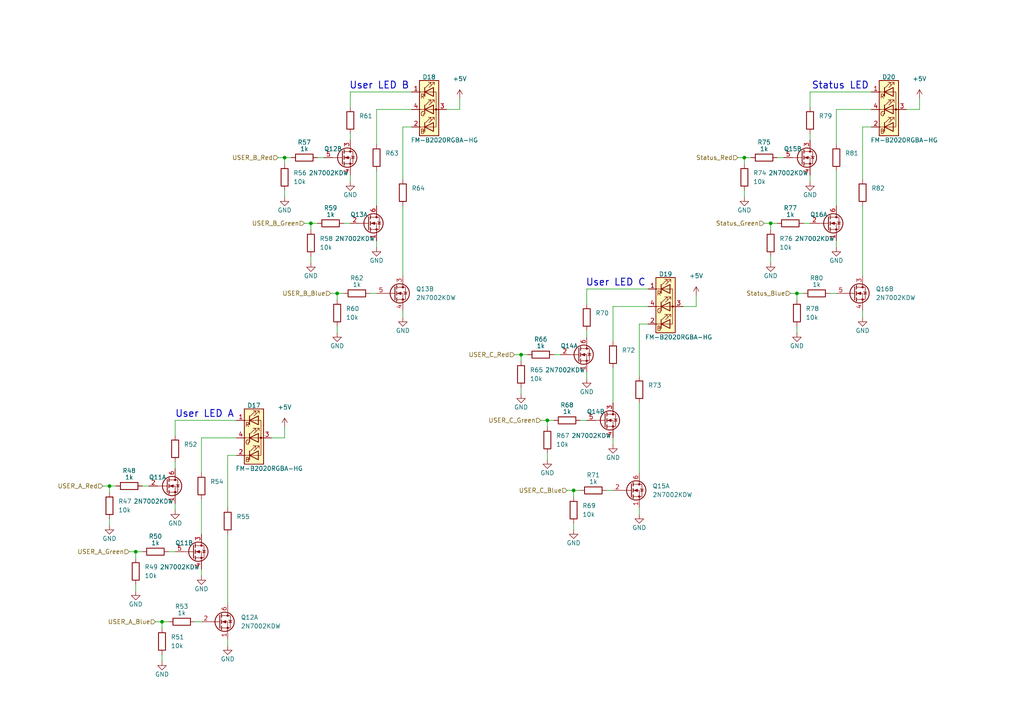
<source format=kicad_sch>
(kicad_sch (version 20211123) (generator eeschema)
  (paper "A4")
  (title_block (title "Raspberry Pi HAT") (date "2022-05-09") (rev "S1") (company "Student Robotics") (comment 1 "RGB LEDs"))
  (lib_symbols
    (symbol "Device:Q_Dual_NMOS_S1G1D2S2G2D1" (pin_names (offset 0) hide)
      (property "Reference" "Q" (at 6.35 1.27 0))
      (property "Value" "Q_Dual_NMOS_S1G1D2S2G2D1" (at 19.05 -1.27 0))
      (symbol "Q_Dual_NMOS_S1G1D2S2G2D1_0_1"
        (polyline (pts (xy 0.254 0) (xy -2.54 0)))
        (polyline (pts (xy 0.254 1.905) (xy 0.254 -1.905)) (stroke (width 0.254)))
        (polyline (pts (xy 0.762 -1.27) (xy 0.762 -2.286)) (stroke (width 0.254)))
        (polyline (pts (xy 0.762 0.508) (xy 0.762 -0.508)) (stroke (width 0.254)))
        (polyline (pts (xy 0.762 2.286) (xy 0.762 1.27)) (stroke (width 0.254)))
        (polyline (pts (xy 2.54 2.54) (xy 2.54 1.778)))
        (polyline (pts (xy 2.54 -2.54) (xy 2.54 0) (xy 0.762 0)))
        (polyline (pts (xy 0.762 -1.778) (xy 3.302 -1.778) (xy 3.302 1.778) (xy 0.762 1.778)))
        (polyline (pts (xy 1.016 0) (xy 2.032 0.381) (xy 2.032 -0.381) (xy 1.016 0)) (fill (type outline)))
        (polyline (pts (xy 2.794 0.508) (xy 2.921 0.381) (xy 3.683 0.381) (xy 3.81 0.254)))
        (polyline (pts (xy 3.302 0.381) (xy 2.921 -0.254) (xy 3.683 -0.254) (xy 3.302 0.381)))
        (circle (center 1.651 0) (radius 2.794) (stroke (width 0.254)))
        (circle (center 2.54 -1.778) (radius 0.254) (fill (type outline)))
        (circle (center 2.54 1.778) (radius 0.254) (fill (type outline)))
      )
      (symbol "Q_Dual_NMOS_S1G1D2S2G2D1_1_1"
        (pin passive line (at 2.54 -5.08 90) (length 2.54) (name "S") (number "1"))
        (pin input line (at -5.08 0 0) (length 2.54) (name "G") (number "2"))
        (pin passive line (at 2.54 5.08 270) (length 2.54) (name "D") (number "6"))
      )
      (symbol "Q_Dual_NMOS_S1G1D2S2G2D1_2_1"
        (pin passive line (at 2.54 5.08 270) (length 2.54) (name "D") (number "3"))
        (pin passive line (at 2.54 -5.08 90) (length 2.54) (name "S") (number "4"))
        (pin input line (at -5.08 0 0) (length 2.54) (name "G") (number "5"))
      )
    )
    (symbol "Device:R" (pin_numbers hide) (pin_names (offset 0))
      (property "Reference" "R" (at 2.032 0 90))
      (property "Value" "R" (at 0 0 90))
      (symbol "R_0_1"
        (rectangle (start -1.016 -2.54) (end 1.016 2.54) (stroke (width 0.254)))
      )
      (symbol "R_1_1"
        (pin passive line (at 0 3.81 270) (length 1.27) (name "~") (number "1"))
        (pin passive line (at 0 -3.81 90) (length 1.27) (name "~") (number "2"))
      )
    )
    (symbol "KCH:FM-B2020RGBA-HG" (pin_names (offset 0) hide)
      (property "Reference" "D" (at 0 9.398 0))
      (property "Value" "FM-B2020RGBA-HG" (at 0 -8.89 0))
      (symbol "FM-B2020RGBA-HG_0_0"
        (text "B" (at -1.905 -6.35 0) (effects (font (size 1.27 1.27))))
        (text "G" (at -1.905 -1.27 0) (effects (font (size 1.27 1.27))))
        (text "R" (at -1.905 3.81 0) (effects (font (size 1.27 1.27))))
      )
      (symbol "FM-B2020RGBA-HG_0_1"
        (polyline (pts (xy -1.27 -5.08) (xy -2.54 -5.08)))
        (polyline (pts (xy -1.27 -5.08) (xy 1.27 -5.08)))
        (polyline (pts (xy -1.27 -3.81) (xy -1.27 -6.35)) (stroke (width 0.254)))
        (polyline (pts (xy -1.27 0) (xy -2.54 0)))
        (polyline (pts (xy -1.27 1.27) (xy -1.27 -1.27)) (stroke (width 0.254)))
        (polyline (pts (xy -1.27 5.08) (xy -2.54 5.08)))
        (polyline (pts (xy -1.27 5.08) (xy 1.27 5.08)))
        (polyline (pts (xy -1.27 6.35) (xy -1.27 3.81)) (stroke (width 0.254)))
        (polyline (pts (xy 1.27 0) (xy -1.27 0)))
        (polyline (pts (xy 1.27 0) (xy 2.54 0)))
        (polyline (pts (xy -1.27 1.27) (xy -1.27 -1.27) (xy -1.27 -1.27)))
        (polyline (pts (xy -1.27 6.35) (xy -1.27 3.81) (xy -1.27 3.81)))
        (polyline (pts (xy 1.27 -5.08) (xy 2.032 -5.08) (xy 2.032 5.08) (xy 1.27 5.08)))
        (polyline (pts (xy 1.27 -3.81) (xy 1.27 -6.35) (xy -1.27 -5.08) (xy 1.27 -3.81)) (stroke (width 0.254)))
        (polyline (pts (xy 1.27 1.27) (xy 1.27 -1.27) (xy -1.27 0) (xy 1.27 1.27)) (stroke (width 0.254)))
        (polyline (pts (xy 1.27 6.35) (xy 1.27 3.81) (xy -1.27 5.08) (xy 1.27 6.35)) (stroke (width 0.254)))
        (polyline (pts (xy -1.016 -3.81) (xy 0.508 -2.286) (xy -0.254 -2.286) (xy 0.508 -2.286) (xy 0.508 -3.048)))
        (polyline (pts (xy -1.016 1.27) (xy 0.508 2.794) (xy -0.254 2.794) (xy 0.508 2.794) (xy 0.508 2.032)))
        (polyline (pts (xy -1.016 6.35) (xy 0.508 7.874) (xy -0.254 7.874) (xy 0.508 7.874) (xy 0.508 7.112)))
        (polyline (pts (xy 0 -3.81) (xy 1.524 -2.286) (xy 0.762 -2.286) (xy 1.524 -2.286) (xy 1.524 -3.048)))
        (polyline (pts (xy 0 1.27) (xy 1.524 2.794) (xy 0.762 2.794) (xy 1.524 2.794) (xy 1.524 2.032)))
        (polyline (pts (xy 0 6.35) (xy 1.524 7.874) (xy 0.762 7.874) (xy 1.524 7.874) (xy 1.524 7.112)))
        (rectangle (start 1.27 -1.27) (end 1.27 1.27))
        (rectangle (start 1.27 1.27) (end 1.27 1.27))
        (rectangle (start 1.27 3.81) (end 1.27 6.35))
        (rectangle (start 1.27 6.35) (end 1.27 6.35))
        (circle (center 2.032 0) (radius 0.254) (fill (type outline)))
        (rectangle (start 2.794 8.382) (end -2.794 -7.62) (stroke (width 0.254)) (fill (type background)))
      )
      (symbol "FM-B2020RGBA-HG_1_1"
        (pin passive line (at -5.08 5.08 0) (length 2.54) (name "RK") (number "1"))
        (pin passive line (at -5.08 -5.08 0) (length 2.54) (name "BK") (number "2"))
        (pin passive line (at 5.08 0 180) (length 2.54) (name "A") (number "3"))
        (pin passive line (at -5.08 0 0) (length 2.54) (name "GK") (number "4"))
      )
    )
    (symbol "power:+5V" (power) (pin_names (offset 0))
      (property "Value" "+5V" (at 0 3.556 0))
      (symbol "+5V_0_1"
        (polyline (pts (xy -0.762 1.27) (xy 0 2.54)))
        (polyline (pts (xy 0 0) (xy 0 2.54)))
        (polyline (pts (xy 0 2.54) (xy 0.762 1.27)))
      )
      (symbol "+5V_1_1"
        (pin power_in line (at 0 0 90) (length 0) hide (name "+5V") (number "1"))
      )
    )
    (symbol "power:GND" (power) (pin_names (offset 0))
      (property "Value" "GND" (at 0 -3.81 0))
      (symbol "GND_0_1"
        (polyline (pts (xy 0 0) (xy 0 -1.27) (xy 1.27 -1.27) (xy 0 -2.54) (xy -1.27 -1.27) (xy 0 -1.27)))
      )
      (symbol "GND_1_1"
        (pin power_in line (at 0 0 270) (length 0) hide (name "GND") (number "1"))
      )
    )
  )
  (junction (at 97.79 85.09))
  (junction (at 151.13 102.87))
  (junction (at 215.9 45.72))
  (junction (at 231.14 85.09))
  (junction (at 223.52 64.77))
  (junction (at 31.75 140.97))
  (junction (at 166.37 142.24))
  (junction (at 82.55 45.72))
  (junction (at 46.99 180.34))
  (junction (at 39.37 160.02))
  (junction (at 90.17 64.77))
  (junction (at 158.75 121.92))
  (wire (pts (xy 185.42 93.98) (xy 187.96 93.98)))
  (wire (pts (xy 101.6 26.67) (xy 119.38 26.67)))
  (wire (pts (xy 66.04 147.32) (xy 66.04 132.08)))
  (wire (pts (xy 82.55 123.825) (xy 82.55 127)))
  (wire (pts (xy 223.52 74.295) (xy 223.52 76.2)))
  (wire (pts (xy 151.13 102.87) (xy 151.13 104.775)))
  (wire (pts (xy 225.425 45.72) (xy 227.33 45.72)))
  (wire (pts (xy 177.8 99.06) (xy 177.8 88.9)))
  (wire (pts (xy 158.75 131.445) (xy 158.75 133.35)))
  (wire (pts (xy 215.9 55.245) (xy 215.9 57.15)))
  (wire (pts (xy 170.18 95.885) (xy 170.18 97.79)))
  (wire (pts (xy 58.42 165.1) (xy 58.42 167.005)))
  (wire (pts (xy 231.14 94.615) (xy 231.14 96.52)))
  (wire (pts (xy 266.7 28.575) (xy 266.7 31.75)))
  (wire (pts (xy 250.19 36.83) (xy 252.73 36.83)))
  (wire (pts (xy 58.42 127) (xy 68.58 127)))
  (wire (pts (xy 185.42 147.32) (xy 185.42 149.225)))
  (wire (pts (xy 158.75 121.92) (xy 158.75 123.825)))
  (wire (pts (xy 82.55 55.245) (xy 82.55 57.15)))
  (wire (pts (xy 58.42 144.78) (xy 58.42 154.94)))
  (wire (pts (xy 58.42 137.16) (xy 58.42 127)))
  (wire (pts (xy 170.18 107.95) (xy 170.18 109.855)))
  (wire (pts (xy 158.75 121.92) (xy 160.655 121.92)))
  (wire (pts (xy 168.275 121.92) (xy 170.18 121.92)))
  (wire (pts (xy 109.22 85.09) (xy 107.315 85.09)))
  (wire (pts (xy 185.42 109.22) (xy 185.42 93.98)))
  (wire (pts (xy 92.075 45.72) (xy 93.98 45.72)))
  (wire (pts (xy 177.8 142.24) (xy 175.895 142.24)))
  (wire (pts (xy 234.95 26.67) (xy 252.73 26.67)))
  (wire (pts (xy 242.57 85.09) (xy 240.665 85.09)))
  (wire (pts (xy 160.655 102.87) (xy 162.56 102.87)))
  (wire (pts (xy 185.42 116.84) (xy 185.42 137.16)))
  (wire (pts (xy 101.6 38.735) (xy 101.6 40.64)))
  (wire (pts (xy 46.99 180.34) (xy 46.99 182.245)))
  (wire (pts (xy 50.8 146.05) (xy 50.8 147.955)))
  (wire (pts (xy 266.7 31.75) (xy 262.89 31.75)))
  (wire (pts (xy 109.22 69.85) (xy 109.22 71.755)))
  (wire (pts (xy 66.04 132.08) (xy 68.58 132.08)))
  (wire (pts (xy 156.845 121.92) (xy 158.75 121.92)))
  (wire (pts (xy 82.55 127) (xy 78.74 127)))
  (wire (pts (xy 39.37 169.545) (xy 39.37 171.45)))
  (wire (pts (xy 82.55 45.72) (xy 82.55 47.625)))
  (wire (pts (xy 223.52 64.77) (xy 223.52 66.675)))
  (wire (pts (xy 82.55 45.72) (xy 84.455 45.72)))
  (wire (pts (xy 97.79 85.09) (xy 95.885 85.09)))
  (wire (pts (xy 233.045 85.09) (xy 231.14 85.09)))
  (wire (pts (xy 116.84 52.07) (xy 116.84 36.83)))
  (wire (pts (xy 234.95 50.8) (xy 234.95 52.705)))
  (wire (pts (xy 170.18 83.82) (xy 187.96 83.82)))
  (wire (pts (xy 215.9 45.72) (xy 217.805 45.72)))
  (wire (pts (xy 101.6 31.115) (xy 101.6 26.67)))
  (wire (pts (xy 213.995 45.72) (xy 215.9 45.72)))
  (wire (pts (xy 66.04 154.94) (xy 66.04 175.26)))
  (wire (pts (xy 231.14 85.09) (xy 229.235 85.09)))
  (wire (pts (xy 109.22 41.91) (xy 109.22 31.75)))
  (wire (pts (xy 46.99 180.34) (xy 45.085 180.34)))
  (wire (pts (xy 133.35 28.575) (xy 133.35 31.75)))
  (wire (pts (xy 48.895 180.34) (xy 46.99 180.34)))
  (wire (pts (xy 201.93 85.725) (xy 201.93 88.9)))
  (wire (pts (xy 46.99 189.865) (xy 46.99 191.77)))
  (wire (pts (xy 234.95 31.115) (xy 234.95 26.67)))
  (wire (pts (xy 58.42 180.34) (xy 56.515 180.34)))
  (wire (pts (xy 90.17 64.77) (xy 90.17 66.675)))
  (wire (pts (xy 177.8 88.9) (xy 187.96 88.9)))
  (wire (pts (xy 109.22 31.75) (xy 119.38 31.75)))
  (wire (pts (xy 133.35 31.75) (xy 129.54 31.75)))
  (wire (pts (xy 50.8 133.985) (xy 50.8 135.89)))
  (wire (pts (xy 31.75 150.495) (xy 31.75 152.4)))
  (wire (pts (xy 231.14 85.09) (xy 231.14 86.995)))
  (wire (pts (xy 149.225 102.87) (xy 151.13 102.87)))
  (wire (pts (xy 97.79 94.615) (xy 97.79 96.52)))
  (wire (pts (xy 242.57 41.91) (xy 242.57 31.75)))
  (wire (pts (xy 151.13 102.87) (xy 153.035 102.87)))
  (wire (pts (xy 170.18 88.265) (xy 170.18 83.82)))
  (wire (pts (xy 101.6 50.8) (xy 101.6 52.705)))
  (wire (pts (xy 48.895 160.02) (xy 50.8 160.02)))
  (wire (pts (xy 250.19 59.69) (xy 250.19 80.01)))
  (wire (pts (xy 168.275 142.24) (xy 166.37 142.24)))
  (wire (pts (xy 250.19 90.17) (xy 250.19 92.075)))
  (wire (pts (xy 39.37 160.02) (xy 41.275 160.02)))
  (wire (pts (xy 90.17 64.77) (xy 92.075 64.77)))
  (wire (pts (xy 166.37 151.765) (xy 166.37 153.67)))
  (wire (pts (xy 66.04 185.42) (xy 66.04 187.325)))
  (wire (pts (xy 116.84 59.69) (xy 116.84 80.01)))
  (wire (pts (xy 151.13 112.395) (xy 151.13 114.3)))
  (wire (pts (xy 166.37 142.24) (xy 166.37 144.145)))
  (wire (pts (xy 166.37 142.24) (xy 164.465 142.24)))
  (wire (pts (xy 177.8 106.68) (xy 177.8 116.84)))
  (wire (pts (xy 50.8 121.92) (xy 68.58 121.92)))
  (wire (pts (xy 90.17 74.295) (xy 90.17 76.2)))
  (wire (pts (xy 242.57 49.53) (xy 242.57 59.69)))
  (wire (pts (xy 234.95 38.735) (xy 234.95 40.64)))
  (wire (pts (xy 97.79 85.09) (xy 97.79 86.995)))
  (wire (pts (xy 88.265 64.77) (xy 90.17 64.77)))
  (wire (pts (xy 41.275 140.97) (xy 43.18 140.97)))
  (wire (pts (xy 233.045 64.77) (xy 234.95 64.77)))
  (wire (pts (xy 177.8 127) (xy 177.8 128.905)))
  (wire (pts (xy 50.8 126.365) (xy 50.8 121.92)))
  (wire (pts (xy 116.84 90.17) (xy 116.84 92.075)))
  (wire (pts (xy 250.19 52.07) (xy 250.19 36.83)))
  (wire (pts (xy 223.52 64.77) (xy 225.425 64.77)))
  (wire (pts (xy 31.75 140.97) (xy 33.655 140.97)))
  (wire (pts (xy 29.845 140.97) (xy 31.75 140.97)))
  (wire (pts (xy 221.615 64.77) (xy 223.52 64.77)))
  (wire (pts (xy 116.84 36.83) (xy 119.38 36.83)))
  (wire (pts (xy 80.645 45.72) (xy 82.55 45.72)))
  (wire (pts (xy 99.695 64.77) (xy 101.6 64.77)))
  (wire (pts (xy 31.75 140.97) (xy 31.75 142.875)))
  (wire (pts (xy 242.57 31.75) (xy 252.73 31.75)))
  (wire (pts (xy 99.695 85.09) (xy 97.79 85.09)))
  (wire (pts (xy 37.465 160.02) (xy 39.37 160.02)))
  (wire (pts (xy 39.37 160.02) (xy 39.37 161.925)))
  (wire (pts (xy 201.93 88.9) (xy 198.12 88.9)))
  (wire (pts (xy 215.9 45.72) (xy 215.9 47.625)))
  (wire (pts (xy 242.57 69.85) (xy 242.57 71.755)))
  (wire (pts (xy 109.22 49.53) (xy 109.22 59.69)))
  (text "User LED B" (at 118.745 26.035 180) (effects (font (size 2 2) (thickness 0.254) bold) (justify right bottom)))
  (text "User LED A" (at 67.945 121.285 180) (effects (font (size 2 2) (thickness 0.254) bold) (justify right bottom)))
  (text "Status LED" (at 252.095 26.035 180) (effects (font (size 2 2) (thickness 0.254) bold) (justify right bottom)))
  (text "User LED C" (at 187.325 83.185 180) (effects (font (size 2 2) (thickness 0.254) bold) (justify right bottom)))
  (hierarchical_label "USER_C_Red" (shape input) (at 149.225 102.87 180))
  (hierarchical_label "USER_C_Green" (shape input) (at 156.845 121.92 180))
  (hierarchical_label "USER_C_Blue" (shape input) (at 164.465 142.24 180))
  (hierarchical_label "USER_B_Blue" (shape input) (at 95.885 85.09 180))
  (hierarchical_label "USER_A_Blue" (shape input) (at 45.085 180.34 180))
  (hierarchical_label "Status_Green" (shape input) (at 221.615 64.77 180))
  (hierarchical_label "USER_A_Red" (shape input) (at 29.845 140.97 180))
  (hierarchical_label "USER_B_Red" (shape input) (at 80.645 45.72 180))
  (hierarchical_label "USER_B_Green" (shape input) (at 88.265 64.77 180))
  (hierarchical_label "Status_Red" (shape input) (at 213.995 45.72 180))
  (hierarchical_label "USER_A_Green" (shape input) (at 37.465 160.02 180))
  (hierarchical_label "Status_Blue" (shape input) (at 229.235 85.09 180))
  (symbol (lib_id "Device:R") (at 158.75 127.635 0) (unit 1)
    (property "Reference" "R67" (at 161.29 126.3649 0) (effects (justify left)))
    (property "Value" "10k" (at 161.29 128.9049 0) (effects (justify left)))
  )
  (symbol (lib_id "Device:R") (at 231.14 90.805 0) (unit 1)
    (property "Reference" "R78" (at 233.68 89.5349 0) (effects (justify left)))
    (property "Value" "10k" (at 233.68 92.0749 0) (effects (justify left)))
  )
  (symbol (lib_id "power:GND") (at 101.6 52.705 0) (unit 1)
    (property "Reference" "#PWR067" (effects hide))
    (property "Value" "GND" (at 101.6 56.515 0))
  )
  (symbol (lib_id "Device:R") (at 103.505 85.09 90) (unit 1)
    (property "Reference" "R62" (at 103.505 80.645 90))
    (property "Value" "1k" (at 103.505 82.55 90))
  )
  (symbol (lib_id "Device:R") (at 234.95 34.925 0) (unit 1)
    (property "Reference" "R79" (at 237.49 33.6549 0) (effects (justify left)))
  )
  (symbol (lib_id "Device:R") (at 58.42 140.97 0) (unit 1)
    (property "Reference" "R54" (at 60.96 139.6999 0) (effects (justify left)))
  )
  (symbol (lib_id "Device:R") (at 116.84 55.88 0) (unit 1)
    (property "Reference" "R64" (at 119.38 54.6099 0) (effects (justify left)))
  )
  (symbol (lib_id "Device:R") (at 82.55 51.435 0) (unit 1)
    (property "Reference" "R56" (at 85.09 50.1649 0) (effects (justify left)))
    (property "Value" "10k" (at 85.09 52.7049 0) (effects (justify left)))
  )
  (symbol (lib_id "Device:R") (at 170.18 92.075 0) (unit 1)
    (property "Reference" "R70" (at 172.72 90.8049 0) (effects (justify left)))
  )
  (symbol (lib_id "KCH:FM-B2020RGBA-HG") (at 193.04 88.9 0) (unit 1)
    (property "Reference" "D19" (at 193.04 79.502 0))
    (property "Value" "FM-B2020RGBA-HG" (at 196.85 97.79 0))
    (property "Datasheet" "https://datasheet.lcsc.com/lcsc/1810231210_Foshan-NationStar-Optoelectronics-FM-B2020RGBA-HG_C108793.pdf" (effects hide))
  )
  (symbol (lib_id "Device:R") (at 215.9 51.435 0) (unit 1)
    (property "Reference" "R74" (at 218.44 50.1649 0) (effects (justify left)))
    (property "Value" "10k" (at 218.44 52.7049 0) (effects (justify left)))
  )
  (symbol (lib_id "Device:R") (at 166.37 147.955 0) (unit 1)
    (property "Reference" "R69" (at 168.91 146.6849 0) (effects (justify left)))
    (property "Value" "10k" (at 168.91 149.2249 0) (effects (justify left)))
  )
  (symbol (lib_id "Device:R") (at 101.6 34.925 0) (unit 1)
    (property "Reference" "R61" (at 104.14 33.6549 0) (effects (justify left)))
  )
  (symbol (lib_id "Device:R") (at 164.465 121.92 90) (unit 1)
    (property "Reference" "R68" (at 164.465 117.475 90))
    (property "Value" "1k" (at 164.465 119.38 90))
  )
  (symbol (lib_id "power:+5V") (at 201.93 85.725 0) (unit 1)
    (property "Reference" "#PWR077" (effects hide))
    (property "Value" "+5V" (at 201.93 80.01 0))
  )
  (symbol (lib_id "power:GND") (at 170.18 109.855 0) (unit 1)
    (property "Reference" "#PWR074" (effects hide))
    (property "Value" "GND" (at 170.18 113.665 0))
  )
  (symbol (lib_id "Device:Q_Dual_NMOS_S1G1D2S2G2D1") (at 167.64 102.87 0) (unit 1)
    (property "Reference" "Q14" (at 162.56 100.33 0) (effects (justify left)))
    (property "Value" "2N7002KDW" (at 158.115 107.315 0) (effects (justify left)))
  )
  (symbol (lib_id "power:GND") (at 234.95 52.705 0) (unit 1)
    (property "Reference" "#PWR081" (effects hide))
    (property "Value" "GND" (at 234.95 56.515 0))
  )
  (symbol (lib_id "power:GND") (at 223.52 76.2 0) (unit 1)
    (property "Reference" "#PWR079" (effects hide))
    (property "Value" "GND" (at 223.52 80.01 0))
  )
  (symbol (lib_id "power:GND") (at 97.79 96.52 0) (unit 1)
    (property "Reference" "#PWR066" (effects hide))
    (property "Value" "GND" (at 97.79 100.33 0))
  )
  (symbol (lib_id "power:GND") (at 39.37 171.45 0) (unit 1)
    (property "Reference" "#PWR058" (effects hide))
    (property "Value" "GND" (at 39.37 175.26 0))
  )
  (symbol (lib_id "power:GND") (at 50.8 147.955 0) (unit 1)
    (property "Reference" "#PWR060" (effects hide))
    (property "Value" "GND" (at 50.8 151.765 0))
  )
  (symbol (lib_id "Device:R") (at 177.8 102.87 0) (unit 1)
    (property "Reference" "R72" (at 180.34 101.5999 0) (effects (justify left)))
  )
  (symbol (lib_id "power:GND") (at 185.42 149.225 0) (mirror y) (unit 1)
    (property "Reference" "#PWR076" (effects hide))
    (property "Value" "GND" (at 185.42 153.035 0))
  )
  (symbol (lib_id "Device:R") (at 95.885 64.77 90) (unit 1)
    (property "Reference" "R59" (at 95.885 60.325 90))
    (property "Value" "1k" (at 95.885 62.23 90))
  )
  (symbol (lib_id "power:GND") (at 158.75 133.35 0) (unit 1)
    (property "Reference" "#PWR072" (effects hide))
    (property "Value" "GND" (at 158.75 137.16 0))
  )
  (symbol (lib_id "Device:Q_Dual_NMOS_S1G1D2S2G2D1") (at 106.68 64.77 0) (unit 1)
    (property "Reference" "Q13" (at 101.6 62.23 0) (effects (justify left)))
    (property "Value" "2N7002KDW" (at 97.155 69.215 0) (effects (justify left)))
  )
  (symbol (lib_id "power:+5V") (at 133.35 28.575 0) (unit 1)
    (property "Reference" "#PWR071" (effects hide))
    (property "Value" "+5V" (at 133.35 22.86 0))
  )
  (symbol (lib_id "power:GND") (at 231.14 96.52 0) (unit 1)
    (property "Reference" "#PWR080" (effects hide))
    (property "Value" "GND" (at 231.14 100.33 0))
  )
  (symbol (lib_id "KCH:FM-B2020RGBA-HG") (at 257.81 31.75 0) (unit 1)
    (property "Reference" "D20" (at 257.81 22.352 0))
    (property "Value" "FM-B2020RGBA-HG" (at 262.255 40.64 0))
    (property "Datasheet" "https://datasheet.lcsc.com/lcsc/1810231210_Foshan-NationStar-Optoelectronics-FM-B2020RGBA-HG_C108793.pdf" (effects hide))
  )
  (symbol (lib_id "KCH:FM-B2020RGBA-HG") (at 124.46 31.75 0) (unit 1)
    (property "Reference" "D18" (at 124.46 22.352 0))
    (property "Value" "FM-B2020RGBA-HG" (at 128.905 40.64 0))
    (property "Datasheet" "https://datasheet.lcsc.com/lcsc/1810231210_Foshan-NationStar-Optoelectronics-FM-B2020RGBA-HG_C108793.pdf" (effects hide))
  )
  (symbol (lib_id "Device:Q_Dual_NMOS_S1G1D2S2G2D1") (at 114.3 85.09 0) (unit 2)
    (property "Reference" "Q13" (at 120.65 83.8199 0) (effects (justify left)))
    (property "Value" "2N7002KDW" (at 120.65 86.3599 0) (effects (justify left)))
  )
  (symbol (lib_id "power:GND") (at 242.57 71.755 0) (unit 1)
    (property "Reference" "#PWR082" (effects hide))
    (property "Value" "GND" (at 242.57 75.565 0))
  )
  (symbol (lib_id "Device:R") (at 52.705 180.34 90) (unit 1)
    (property "Reference" "R53" (at 52.705 175.895 90))
    (property "Value" "1k" (at 52.705 177.8 90))
  )
  (symbol (lib_id "power:GND") (at 116.84 92.075 0) (mirror y) (unit 1)
    (property "Reference" "#PWR069" (effects hide))
    (property "Value" "GND" (at 116.84 95.885 0))
  )
  (symbol (lib_id "power:GND") (at 109.22 71.755 0) (unit 1)
    (property "Reference" "#PWR068" (effects hide))
    (property "Value" "GND" (at 109.22 75.565 0))
  )
  (symbol (lib_id "power:GND") (at 90.17 76.2 0) (unit 1)
    (property "Reference" "#PWR065" (effects hide))
    (property "Value" "GND" (at 90.17 80.01 0))
  )
  (symbol (lib_id "power:GND") (at 166.37 153.67 0) (unit 1)
    (property "Reference" "#PWR073" (effects hide))
    (property "Value" "GND" (at 166.37 157.48 0))
  )
  (symbol (lib_id "power:GND") (at 215.9 57.15 0) (unit 1)
    (property "Reference" "#PWR078" (effects hide))
    (property "Value" "GND" (at 215.9 60.96 0))
  )
  (symbol (lib_id "Device:R") (at 66.04 151.13 0) (unit 1)
    (property "Reference" "R55" (at 68.58 149.8599 0) (effects (justify left)))
  )
  (symbol (lib_id "Device:Q_Dual_NMOS_S1G1D2S2G2D1") (at 175.26 121.92 0) (unit 2)
    (property "Reference" "Q14" (at 170.18 119.38 0) (effects (justify left)))
    (property "Value" "2N7002KDW" (at 165.735 126.365 0) (effects (justify left)))
  )
  (symbol (lib_id "Device:R") (at 37.465 140.97 90) (unit 1)
    (property "Reference" "R48" (at 37.465 136.525 90))
    (property "Value" "1k" (at 37.465 138.43 90))
  )
  (symbol (lib_id "Device:R") (at 151.13 108.585 0) (unit 1)
    (property "Reference" "R65" (at 153.67 107.3149 0) (effects (justify left)))
    (property "Value" "10k" (at 153.67 109.8549 0) (effects (justify left)))
  )
  (symbol (lib_id "Device:R") (at 221.615 45.72 90) (unit 1)
    (property "Reference" "R75" (at 221.615 41.275 90))
    (property "Value" "1k" (at 221.615 43.18 90))
  )
  (symbol (lib_id "power:GND") (at 177.8 128.905 0) (unit 1)
    (property "Reference" "#PWR075" (effects hide))
    (property "Value" "GND" (at 177.8 132.715 0))
  )
  (symbol (lib_id "Device:R") (at 229.235 64.77 90) (unit 1)
    (property "Reference" "R77" (at 229.235 60.325 90))
    (property "Value" "1k" (at 229.235 62.23 90))
  )
  (symbol (lib_id "Device:R") (at 39.37 165.735 0) (unit 1)
    (property "Reference" "R49" (at 41.91 164.4649 0) (effects (justify left)))
    (property "Value" "10k" (at 41.91 167.0049 0) (effects (justify left)))
  )
  (symbol (lib_id "Device:R") (at 97.79 90.805 0) (unit 1)
    (property "Reference" "R60" (at 100.33 89.5349 0) (effects (justify left)))
    (property "Value" "10k" (at 100.33 92.0749 0) (effects (justify left)))
  )
  (symbol (lib_id "Device:R") (at 242.57 45.72 0) (unit 1)
    (property "Reference" "R81" (at 245.11 44.4499 0) (effects (justify left)))
  )
  (symbol (lib_id "power:GND") (at 66.04 187.325 0) (mirror y) (unit 1)
    (property "Reference" "#PWR062" (effects hide))
    (property "Value" "GND" (at 66.04 191.135 0))
  )
  (symbol (lib_id "Device:Q_Dual_NMOS_S1G1D2S2G2D1") (at 240.03 64.77 0) (unit 1)
    (property "Reference" "Q16" (at 234.95 62.23 0) (effects (justify left)))
    (property "Value" "2N7002KDW" (at 230.505 69.215 0) (effects (justify left)))
  )
  (symbol (lib_id "Device:R") (at 46.99 186.055 0) (unit 1)
    (property "Reference" "R51" (at 49.53 184.7849 0) (effects (justify left)))
    (property "Value" "10k" (at 49.53 187.3249 0) (effects (justify left)))
  )
  (symbol (lib_id "KCH:FM-B2020RGBA-HG") (at 73.66 127 0) (unit 1)
    (property "Reference" "D17" (at 73.66 117.602 0))
    (property "Value" "FM-B2020RGBA-HG" (at 78.105 135.89 0))
    (property "Datasheet" "https://datasheet.lcsc.com/lcsc/1810231210_Foshan-NationStar-Optoelectronics-FM-B2020RGBA-HG_C108793.pdf" (effects hide))
  )
  (symbol (lib_id "power:+5V") (at 266.7 28.575 0) (unit 1)
    (property "Reference" "#PWR084" (effects hide))
    (property "Value" "+5V" (at 266.7 22.86 0))
  )
  (symbol (lib_id "Device:R") (at 156.845 102.87 90) (unit 1)
    (property "Reference" "R66" (at 156.845 98.425 90))
    (property "Value" "1k" (at 156.845 100.33 90))
  )
  (symbol (lib_id "Device:R") (at 45.085 160.02 90) (unit 1)
    (property "Reference" "R50" (at 45.085 155.575 90))
    (property "Value" "1k" (at 45.085 157.48 90))
  )
  (symbol (lib_id "Device:R") (at 250.19 55.88 0) (unit 1)
    (property "Reference" "R82" (at 252.73 54.6099 0) (effects (justify left)))
  )
  (symbol (lib_id "power:GND") (at 151.13 114.3 0) (unit 1)
    (property "Reference" "#PWR070" (effects hide))
    (property "Value" "GND" (at 151.13 118.11 0))
  )
  (symbol (lib_id "Device:R") (at 223.52 70.485 0) (unit 1)
    (property "Reference" "R76" (at 226.06 69.2149 0) (effects (justify left)))
    (property "Value" "10k" (at 226.06 71.7549 0) (effects (justify left)))
  )
  (symbol (lib_id "Device:R") (at 185.42 113.03 0) (unit 1)
    (property "Reference" "R73" (at 187.96 111.7599 0) (effects (justify left)))
  )
  (symbol (lib_id "Device:R") (at 31.75 146.685 0) (unit 1)
    (property "Reference" "R47" (at 34.29 145.4149 0) (effects (justify left)))
    (property "Value" "10k" (at 34.29 147.9549 0) (effects (justify left)))
  )
  (symbol (lib_id "Device:R") (at 50.8 130.175 0) (unit 1)
    (property "Reference" "R52" (at 53.34 128.9049 0) (effects (justify left)))
  )
  (symbol (lib_id "Device:Q_Dual_NMOS_S1G1D2S2G2D1") (at 63.5 180.34 0) (unit 1)
    (property "Reference" "Q12" (at 69.85 179.0699 0) (effects (justify left)))
    (property "Value" "2N7002KDW" (at 69.85 181.6099 0) (effects (justify left)))
  )
  (symbol (lib_id "power:GND") (at 250.19 92.075 0) (mirror y) (unit 1)
    (property "Reference" "#PWR083" (effects hide))
    (property "Value" "GND" (at 250.19 95.885 0))
  )
  (symbol (lib_id "Device:Q_Dual_NMOS_S1G1D2S2G2D1") (at 99.06 45.72 0) (unit 2)
    (property "Reference" "Q12" (at 93.98 43.18 0) (effects (justify left)))
    (property "Value" "2N7002KDW" (at 89.535 50.165 0) (effects (justify left)))
  )
  (symbol (lib_id "Device:Q_Dual_NMOS_S1G1D2S2G2D1") (at 48.26 140.97 0) (unit 1)
    (property "Reference" "Q11" (at 43.18 138.43 0) (effects (justify left)))
    (property "Value" "2N7002KDW" (at 38.735 145.415 0) (effects (justify left)))
  )
  (symbol (lib_id "power:GND") (at 46.99 191.77 0) (unit 1)
    (property "Reference" "#PWR059" (effects hide))
    (property "Value" "GND" (at 46.99 195.58 0))
  )
  (symbol (lib_id "Device:R") (at 109.22 45.72 0) (unit 1)
    (property "Reference" "R63" (at 111.76 44.4499 0) (effects (justify left)))
  )
  (symbol (lib_id "power:+5V") (at 82.55 123.825 0) (unit 1)
    (property "Reference" "#PWR064" (effects hide))
    (property "Value" "+5V" (at 82.55 118.11 0))
  )
  (symbol (lib_id "power:GND") (at 82.55 57.15 0) (unit 1)
    (property "Reference" "#PWR063" (effects hide))
    (property "Value" "GND" (at 82.55 60.96 0))
  )
  (symbol (lib_id "Device:Q_Dual_NMOS_S1G1D2S2G2D1") (at 232.41 45.72 0) (unit 2)
    (property "Reference" "Q15" (at 227.33 43.18 0) (effects (justify left)))
    (property "Value" "2N7002KDW" (at 222.885 50.165 0) (effects (justify left)))
  )
  (symbol (lib_id "Device:Q_Dual_NMOS_S1G1D2S2G2D1") (at 247.65 85.09 0) (unit 2)
    (property "Reference" "Q16" (at 254 83.8199 0) (effects (justify left)))
    (property "Value" "2N7002KDW" (at 254 86.3599 0) (effects (justify left)))
  )
  (symbol (lib_id "Device:Q_Dual_NMOS_S1G1D2S2G2D1") (at 55.88 160.02 0) (unit 2)
    (property "Reference" "Q11" (at 50.8 157.48 0) (effects (justify left)))
    (property "Value" "2N7002KDW" (at 46.355 164.465 0) (effects (justify left)))
  )
  (symbol (lib_id "power:GND") (at 31.75 152.4 0) (unit 1)
    (property "Reference" "#PWR057" (effects hide))
    (property "Value" "GND" (at 31.75 156.21 0))
  )
  (symbol (lib_id "Device:R") (at 90.17 70.485 0) (unit 1)
    (property "Reference" "R58" (at 92.71 69.2149 0) (effects (justify left)))
    (property "Value" "10k" (at 92.71 71.7549 0) (effects (justify left)))
  )
  (symbol (lib_id "Device:R") (at 236.855 85.09 90) (unit 1)
    (property "Reference" "R80" (at 236.855 80.645 90))
    (property "Value" "1k" (at 236.855 82.55 90))
  )
  (symbol (lib_id "Device:R") (at 172.085 142.24 90) (unit 1)
    (property "Reference" "R71" (at 172.085 137.795 90))
    (property "Value" "1k" (at 172.085 139.7 90))
  )
  (symbol (lib_id "Device:R") (at 88.265 45.72 90) (unit 1)
    (property "Reference" "R57" (at 88.265 41.275 90))
    (property "Value" "1k" (at 88.265 43.18 90))
  )
  (symbol (lib_id "Device:Q_Dual_NMOS_S1G1D2S2G2D1") (at 182.88 142.24 0) (unit 1)
    (property "Reference" "Q15" (at 189.23 140.9699 0) (effects (justify left)))
    (property "Value" "2N7002KDW" (at 189.23 143.5099 0) (effects (justify left)))
  )
  (symbol (lib_id "power:GND") (at 58.42 167.005 0) (unit 1)
    (property "Reference" "#PWR061" (effects hide))
    (property "Value" "GND" (at 58.42 170.815 0))
  )
)
</source>
